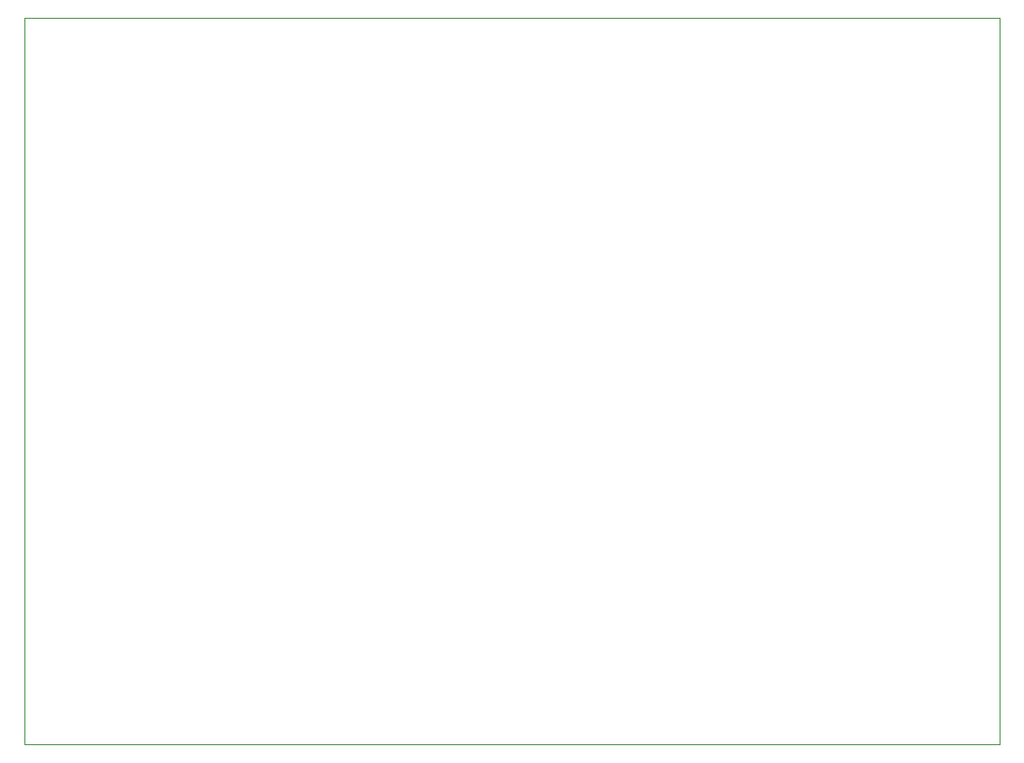
<source format=gm1>
G04 #@! TF.GenerationSoftware,KiCad,Pcbnew,8.0.3*
G04 #@! TF.CreationDate,2024-06-06T03:05:29-03:00*
G04 #@! TF.ProjectId,MSX_GOAULD_XC7,4d53585f-474f-4415-954c-445f5843372e,rev?*
G04 #@! TF.SameCoordinates,Original*
G04 #@! TF.FileFunction,Profile,NP*
%FSLAX46Y46*%
G04 Gerber Fmt 4.6, Leading zero omitted, Abs format (unit mm)*
G04 Created by KiCad (PCBNEW 8.0.3) date 2024-06-06 03:05:29*
%MOMM*%
%LPD*%
G01*
G04 APERTURE LIST*
G04 #@! TA.AperFunction,Profile*
%ADD10C,0.050000*%
G04 #@! TD*
G04 APERTURE END LIST*
D10*
X92964000Y-78232000D02*
X180848000Y-78232000D01*
X180848000Y-143764000D01*
X92964000Y-143764000D01*
X92964000Y-78232000D01*
M02*

</source>
